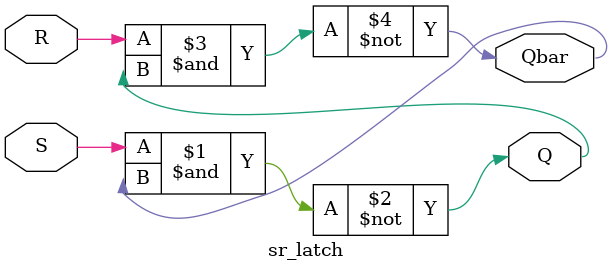
<source format=v>
module sr_latch(
    input S,
    input R,
    output Q,
    output Qbar
);
nand(Q,S,Qbar);
nand(Qbar,R,Q);
endmodule
</source>
